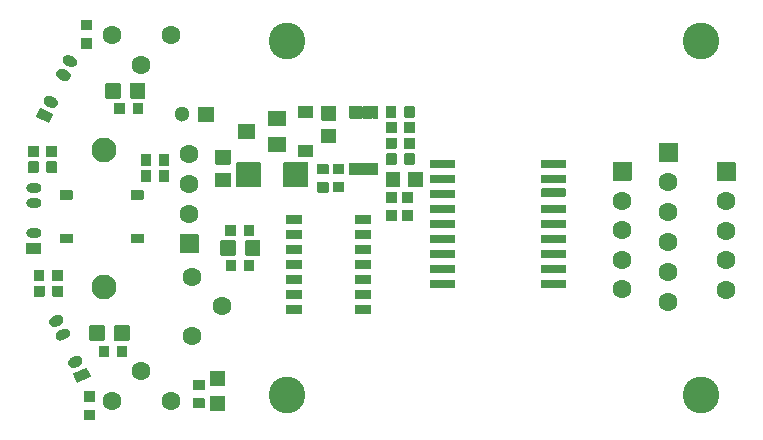
<source format=gbr>
%TF.GenerationSoftware,KiCad,Pcbnew,(5.1.8-0-10_14)*%
%TF.CreationDate,2022-01-05T18:09:54+08:00*%
%TF.ProjectId,MicroMouse,4d696372-6f4d-46f7-9573-652e6b696361,rev?*%
%TF.SameCoordinates,Original*%
%TF.FileFunction,Soldermask,Top*%
%TF.FilePolarity,Negative*%
%FSLAX46Y46*%
G04 Gerber Fmt 4.6, Leading zero omitted, Abs format (unit mm)*
G04 Created by KiCad (PCBNEW (5.1.8-0-10_14)) date 2022-01-05 18:09:54*
%MOMM*%
%LPD*%
G01*
G04 APERTURE LIST*
%ADD10C,1.600000*%
%ADD11C,1.300000*%
%ADD12O,1.300000X0.900000*%
%ADD13C,2.102000*%
%ADD14C,3.102000*%
%ADD15C,0.100000*%
G04 APERTURE END LIST*
D10*
X82189460Y-84541500D03*
X82189460Y-87081500D03*
X82189460Y-89621500D03*
G36*
G01*
X82939460Y-92961500D02*
X81439460Y-92961500D01*
G75*
G02*
X81389460Y-92911500I0J50000D01*
G01*
X81389460Y-91411500D01*
G75*
G02*
X81439460Y-91361500I50000J0D01*
G01*
X82939460Y-91361500D01*
G75*
G02*
X82989460Y-91411500I0J-50000D01*
G01*
X82989460Y-92911500D01*
G75*
G02*
X82939460Y-92961500I-50000J0D01*
G01*
G37*
D11*
X81604240Y-81196320D03*
G36*
G01*
X82954240Y-81796320D02*
X82954240Y-80596320D01*
G75*
G02*
X83004240Y-80546320I50000J0D01*
G01*
X84204240Y-80546320D01*
G75*
G02*
X84254240Y-80596320I0J-50000D01*
G01*
X84254240Y-81796320D01*
G75*
G02*
X84204240Y-81846320I-50000J0D01*
G01*
X83004240Y-81846320D01*
G75*
G02*
X82954240Y-81796320I0J50000D01*
G01*
G37*
G36*
G01*
X72908165Y-102474326D02*
X72545641Y-102643374D01*
G75*
G02*
X71947624Y-102425713I-190178J407839D01*
G01*
X71947624Y-102425713D01*
G75*
G02*
X72165285Y-101827696I407839J190178D01*
G01*
X72527809Y-101658648D01*
G75*
G02*
X73125826Y-101876309I190178J-407839D01*
G01*
X73125826Y-101876309D01*
G75*
G02*
X72908165Y-102474326I-407839J-190178D01*
G01*
G37*
G36*
G01*
X71834715Y-100172304D02*
X71472191Y-100341352D01*
G75*
G02*
X70874174Y-100123691I-190178J407839D01*
G01*
X70874174Y-100123691D01*
G75*
G02*
X71091835Y-99525674I407839J190178D01*
G01*
X71454359Y-99356626D01*
G75*
G02*
X72052376Y-99574287I190178J-407839D01*
G01*
X72052376Y-99574287D01*
G75*
G02*
X71834715Y-100172304I-407839J-190178D01*
G01*
G37*
G36*
G01*
X71297990Y-99021293D02*
X70935466Y-99190341D01*
G75*
G02*
X70337449Y-98972680I-190178J407839D01*
G01*
X70337449Y-98972680D01*
G75*
G02*
X70555110Y-98374663I407839J190178D01*
G01*
X70917634Y-98205615D01*
G75*
G02*
X71515651Y-98423276I190178J-407839D01*
G01*
X71515651Y-98423276D01*
G75*
G02*
X71297990Y-99021293I-407839J-190178D01*
G01*
G37*
G36*
G01*
X73807413Y-103456289D02*
X72719844Y-103963431D01*
G75*
G02*
X72653398Y-103939247I-21131J45315D01*
G01*
X72315303Y-103214201D01*
G75*
G02*
X72339487Y-103147755I45315J21131D01*
G01*
X73427056Y-102640613D01*
G75*
G02*
X73493502Y-102664797I21131J-45315D01*
G01*
X73831597Y-103389843D01*
G75*
G02*
X73807413Y-103456289I-45315J-21131D01*
G01*
G37*
D12*
X69000000Y-91270000D03*
X69000000Y-88730000D03*
X69000000Y-87460000D03*
G36*
G01*
X69600000Y-92990000D02*
X68400000Y-92990000D01*
G75*
G02*
X68350000Y-92940000I0J50000D01*
G01*
X68350000Y-92140000D01*
G75*
G02*
X68400000Y-92090000I50000J0D01*
G01*
X69600000Y-92090000D01*
G75*
G02*
X69650000Y-92140000I0J-50000D01*
G01*
X69650000Y-92940000D01*
G75*
G02*
X69600000Y-92990000I-50000J0D01*
G01*
G37*
G36*
G01*
X70454359Y-80643374D02*
X70091835Y-80474326D01*
G75*
G02*
X69874174Y-79876309I190178J407839D01*
G01*
X69874174Y-79876309D01*
G75*
G02*
X70472191Y-79658648I407839J-190178D01*
G01*
X70834715Y-79827696D01*
G75*
G02*
X71052376Y-80425713I-190178J-407839D01*
G01*
X71052376Y-80425713D01*
G75*
G02*
X70454359Y-80643374I-407839J190178D01*
G01*
G37*
G36*
G01*
X71527809Y-78341352D02*
X71165285Y-78172304D01*
G75*
G02*
X70947624Y-77574287I190178J407839D01*
G01*
X70947624Y-77574287D01*
G75*
G02*
X71545641Y-77356626I407839J-190178D01*
G01*
X71908165Y-77525674D01*
G75*
G02*
X72125826Y-78123691I-190178J-407839D01*
G01*
X72125826Y-78123691D01*
G75*
G02*
X71527809Y-78341352I-407839J190178D01*
G01*
G37*
G36*
G01*
X72064534Y-77190341D02*
X71702010Y-77021293D01*
G75*
G02*
X71484349Y-76423276I190178J407839D01*
G01*
X71484349Y-76423276D01*
G75*
G02*
X72082366Y-76205615I407839J-190178D01*
G01*
X72444890Y-76374663D01*
G75*
G02*
X72662551Y-76972680I-190178J-407839D01*
G01*
X72662551Y-76972680D01*
G75*
G02*
X72064534Y-77190341I-407839J190178D01*
G01*
G37*
G36*
G01*
X70280156Y-81963431D02*
X69192587Y-81456289D01*
G75*
G02*
X69168403Y-81389843I21131J45315D01*
G01*
X69506498Y-80664797D01*
G75*
G02*
X69572944Y-80640613I45315J-21131D01*
G01*
X70660513Y-81147755D01*
G75*
G02*
X70684697Y-81214201I-21131J-45315D01*
G01*
X70346602Y-81939247D01*
G75*
G02*
X70280156Y-81963431I-45315J21131D01*
G01*
G37*
D10*
X118859440Y-96017240D03*
X118859440Y-93517240D03*
X118859440Y-91017240D03*
X118859440Y-88517240D03*
G36*
G01*
X119609440Y-86817240D02*
X118109440Y-86817240D01*
G75*
G02*
X118059440Y-86767240I0J50000D01*
G01*
X118059440Y-85267240D01*
G75*
G02*
X118109440Y-85217240I50000J0D01*
G01*
X119609440Y-85217240D01*
G75*
G02*
X119659440Y-85267240I0J-50000D01*
G01*
X119659440Y-86767240D01*
G75*
G02*
X119609440Y-86817240I-50000J0D01*
G01*
G37*
G36*
G01*
X78952200Y-85976400D02*
X78952200Y-86840400D01*
G75*
G02*
X78902200Y-86890400I-50000J0D01*
G01*
X78115200Y-86890400D01*
G75*
G02*
X78065200Y-86840400I0J50000D01*
G01*
X78065200Y-85976400D01*
G75*
G02*
X78115200Y-85926400I50000J0D01*
G01*
X78902200Y-85926400D01*
G75*
G02*
X78952200Y-85976400I0J-50000D01*
G01*
G37*
G36*
G01*
X80502200Y-85976400D02*
X80502200Y-86840400D01*
G75*
G02*
X80452200Y-86890400I-50000J0D01*
G01*
X79665200Y-86890400D01*
G75*
G02*
X79615200Y-86840400I0J50000D01*
G01*
X79615200Y-85976400D01*
G75*
G02*
X79665200Y-85926400I50000J0D01*
G01*
X80452200Y-85926400D01*
G75*
G02*
X80502200Y-85976400I0J-50000D01*
G01*
G37*
G36*
G01*
X78952200Y-84640360D02*
X78952200Y-85504360D01*
G75*
G02*
X78902200Y-85554360I-50000J0D01*
G01*
X78115200Y-85554360D01*
G75*
G02*
X78065200Y-85504360I0J50000D01*
G01*
X78065200Y-84640360D01*
G75*
G02*
X78115200Y-84590360I50000J0D01*
G01*
X78902200Y-84590360D01*
G75*
G02*
X78952200Y-84640360I0J-50000D01*
G01*
G37*
G36*
G01*
X80502200Y-84640360D02*
X80502200Y-85504360D01*
G75*
G02*
X80452200Y-85554360I-50000J0D01*
G01*
X79665200Y-85554360D01*
G75*
G02*
X79615200Y-85504360I0J50000D01*
G01*
X79615200Y-84640360D01*
G75*
G02*
X79665200Y-84590360I50000J0D01*
G01*
X80452200Y-84590360D01*
G75*
G02*
X80502200Y-84640360I0J-50000D01*
G01*
G37*
X127640220Y-96052800D03*
X127640220Y-93552800D03*
X127640220Y-91052800D03*
X127640220Y-88552800D03*
G36*
G01*
X128390220Y-86852800D02*
X126890220Y-86852800D01*
G75*
G02*
X126840220Y-86802800I0J50000D01*
G01*
X126840220Y-85302800D01*
G75*
G02*
X126890220Y-85252800I50000J0D01*
G01*
X128390220Y-85252800D01*
G75*
G02*
X128440220Y-85302800I0J-50000D01*
G01*
X128440220Y-86802800D01*
G75*
G02*
X128390220Y-86852800I-50000J0D01*
G01*
G37*
G36*
G01*
X96232440Y-89701400D02*
X97502440Y-89701400D01*
G75*
G02*
X97552440Y-89751400I0J-50000D01*
G01*
X97552440Y-90451400D01*
G75*
G02*
X97502440Y-90501400I-50000J0D01*
G01*
X96232440Y-90501400D01*
G75*
G02*
X96182440Y-90451400I0J50000D01*
G01*
X96182440Y-89751400D01*
G75*
G02*
X96232440Y-89701400I50000J0D01*
G01*
G37*
G36*
G01*
X96232440Y-90961400D02*
X97502440Y-90961400D01*
G75*
G02*
X97552440Y-91011400I0J-50000D01*
G01*
X97552440Y-91711400D01*
G75*
G02*
X97502440Y-91761400I-50000J0D01*
G01*
X96232440Y-91761400D01*
G75*
G02*
X96182440Y-91711400I0J50000D01*
G01*
X96182440Y-91011400D01*
G75*
G02*
X96232440Y-90961400I50000J0D01*
G01*
G37*
G36*
G01*
X96232440Y-92231400D02*
X97502440Y-92231400D01*
G75*
G02*
X97552440Y-92281400I0J-50000D01*
G01*
X97552440Y-92981400D01*
G75*
G02*
X97502440Y-93031400I-50000J0D01*
G01*
X96232440Y-93031400D01*
G75*
G02*
X96182440Y-92981400I0J50000D01*
G01*
X96182440Y-92281400D01*
G75*
G02*
X96232440Y-92231400I50000J0D01*
G01*
G37*
G36*
G01*
X96232440Y-94771400D02*
X97502440Y-94771400D01*
G75*
G02*
X97552440Y-94821400I0J-50000D01*
G01*
X97552440Y-95521400D01*
G75*
G02*
X97502440Y-95571400I-50000J0D01*
G01*
X96232440Y-95571400D01*
G75*
G02*
X96182440Y-95521400I0J50000D01*
G01*
X96182440Y-94821400D01*
G75*
G02*
X96232440Y-94771400I50000J0D01*
G01*
G37*
G36*
G01*
X96232440Y-96041400D02*
X97502440Y-96041400D01*
G75*
G02*
X97552440Y-96091400I0J-50000D01*
G01*
X97552440Y-96791400D01*
G75*
G02*
X97502440Y-96841400I-50000J0D01*
G01*
X96232440Y-96841400D01*
G75*
G02*
X96182440Y-96791400I0J50000D01*
G01*
X96182440Y-96091400D01*
G75*
G02*
X96232440Y-96041400I50000J0D01*
G01*
G37*
G36*
G01*
X96232440Y-97311400D02*
X97502440Y-97311400D01*
G75*
G02*
X97552440Y-97361400I0J-50000D01*
G01*
X97552440Y-98061400D01*
G75*
G02*
X97502440Y-98111400I-50000J0D01*
G01*
X96232440Y-98111400D01*
G75*
G02*
X96182440Y-98061400I0J50000D01*
G01*
X96182440Y-97361400D01*
G75*
G02*
X96232440Y-97311400I50000J0D01*
G01*
G37*
G36*
G01*
X90432440Y-97311400D02*
X91702440Y-97311400D01*
G75*
G02*
X91752440Y-97361400I0J-50000D01*
G01*
X91752440Y-98061400D01*
G75*
G02*
X91702440Y-98111400I-50000J0D01*
G01*
X90432440Y-98111400D01*
G75*
G02*
X90382440Y-98061400I0J50000D01*
G01*
X90382440Y-97361400D01*
G75*
G02*
X90432440Y-97311400I50000J0D01*
G01*
G37*
G36*
G01*
X90432440Y-96041400D02*
X91702440Y-96041400D01*
G75*
G02*
X91752440Y-96091400I0J-50000D01*
G01*
X91752440Y-96791400D01*
G75*
G02*
X91702440Y-96841400I-50000J0D01*
G01*
X90432440Y-96841400D01*
G75*
G02*
X90382440Y-96791400I0J50000D01*
G01*
X90382440Y-96091400D01*
G75*
G02*
X90432440Y-96041400I50000J0D01*
G01*
G37*
G36*
G01*
X90432440Y-94771400D02*
X91702440Y-94771400D01*
G75*
G02*
X91752440Y-94821400I0J-50000D01*
G01*
X91752440Y-95521400D01*
G75*
G02*
X91702440Y-95571400I-50000J0D01*
G01*
X90432440Y-95571400D01*
G75*
G02*
X90382440Y-95521400I0J50000D01*
G01*
X90382440Y-94821400D01*
G75*
G02*
X90432440Y-94771400I50000J0D01*
G01*
G37*
G36*
G01*
X90432440Y-89691400D02*
X91702440Y-89691400D01*
G75*
G02*
X91752440Y-89741400I0J-50000D01*
G01*
X91752440Y-90441400D01*
G75*
G02*
X91702440Y-90491400I-50000J0D01*
G01*
X90432440Y-90491400D01*
G75*
G02*
X90382440Y-90441400I0J50000D01*
G01*
X90382440Y-89741400D01*
G75*
G02*
X90432440Y-89691400I50000J0D01*
G01*
G37*
G36*
G01*
X90432440Y-90961400D02*
X91702440Y-90961400D01*
G75*
G02*
X91752440Y-91011400I0J-50000D01*
G01*
X91752440Y-91711400D01*
G75*
G02*
X91702440Y-91761400I-50000J0D01*
G01*
X90432440Y-91761400D01*
G75*
G02*
X90382440Y-91711400I0J50000D01*
G01*
X90382440Y-91011400D01*
G75*
G02*
X90432440Y-90961400I50000J0D01*
G01*
G37*
G36*
G01*
X90432440Y-92231400D02*
X91702440Y-92231400D01*
G75*
G02*
X91752440Y-92281400I0J-50000D01*
G01*
X91752440Y-92981400D01*
G75*
G02*
X91702440Y-93031400I-50000J0D01*
G01*
X90432440Y-93031400D01*
G75*
G02*
X90382440Y-92981400I0J50000D01*
G01*
X90382440Y-92281400D01*
G75*
G02*
X90432440Y-92231400I50000J0D01*
G01*
G37*
G36*
G01*
X96232440Y-93501400D02*
X97502440Y-93501400D01*
G75*
G02*
X97552440Y-93551400I0J-50000D01*
G01*
X97552440Y-94251400D01*
G75*
G02*
X97502440Y-94301400I-50000J0D01*
G01*
X96232440Y-94301400D01*
G75*
G02*
X96182440Y-94251400I0J50000D01*
G01*
X96182440Y-93551400D01*
G75*
G02*
X96232440Y-93501400I50000J0D01*
G01*
G37*
G36*
G01*
X90432440Y-93501400D02*
X91702440Y-93501400D01*
G75*
G02*
X91752440Y-93551400I0J-50000D01*
G01*
X91752440Y-94251400D01*
G75*
G02*
X91702440Y-94301400I-50000J0D01*
G01*
X90432440Y-94301400D01*
G75*
G02*
X90382440Y-94251400I0J50000D01*
G01*
X90382440Y-93551400D01*
G75*
G02*
X90432440Y-93501400I50000J0D01*
G01*
G37*
G36*
G01*
X112018440Y-85047480D02*
X114018440Y-85047480D01*
G75*
G02*
X114068440Y-85097480I0J-50000D01*
G01*
X114068440Y-85697480D01*
G75*
G02*
X114018440Y-85747480I-50000J0D01*
G01*
X112018440Y-85747480D01*
G75*
G02*
X111968440Y-85697480I0J50000D01*
G01*
X111968440Y-85097480D01*
G75*
G02*
X112018440Y-85047480I50000J0D01*
G01*
G37*
G36*
G01*
X112018440Y-86317480D02*
X114018440Y-86317480D01*
G75*
G02*
X114068440Y-86367480I0J-50000D01*
G01*
X114068440Y-86967480D01*
G75*
G02*
X114018440Y-87017480I-50000J0D01*
G01*
X112018440Y-87017480D01*
G75*
G02*
X111968440Y-86967480I0J50000D01*
G01*
X111968440Y-86367480D01*
G75*
G02*
X112018440Y-86317480I50000J0D01*
G01*
G37*
G36*
G01*
X112018440Y-87477480D02*
X114018440Y-87477480D01*
G75*
G02*
X114068440Y-87527480I0J-50000D01*
G01*
X114068440Y-88127480D01*
G75*
G02*
X114018440Y-88177480I-50000J0D01*
G01*
X112018440Y-88177480D01*
G75*
G02*
X111968440Y-88127480I0J50000D01*
G01*
X111968440Y-87527480D01*
G75*
G02*
X112018440Y-87477480I50000J0D01*
G01*
G37*
G36*
G01*
X112018440Y-88857480D02*
X114018440Y-88857480D01*
G75*
G02*
X114068440Y-88907480I0J-50000D01*
G01*
X114068440Y-89507480D01*
G75*
G02*
X114018440Y-89557480I-50000J0D01*
G01*
X112018440Y-89557480D01*
G75*
G02*
X111968440Y-89507480I0J50000D01*
G01*
X111968440Y-88907480D01*
G75*
G02*
X112018440Y-88857480I50000J0D01*
G01*
G37*
G36*
G01*
X112018440Y-90127480D02*
X114018440Y-90127480D01*
G75*
G02*
X114068440Y-90177480I0J-50000D01*
G01*
X114068440Y-90777480D01*
G75*
G02*
X114018440Y-90827480I-50000J0D01*
G01*
X112018440Y-90827480D01*
G75*
G02*
X111968440Y-90777480I0J50000D01*
G01*
X111968440Y-90177480D01*
G75*
G02*
X112018440Y-90127480I50000J0D01*
G01*
G37*
G36*
G01*
X112018440Y-91397480D02*
X114018440Y-91397480D01*
G75*
G02*
X114068440Y-91447480I0J-50000D01*
G01*
X114068440Y-92047480D01*
G75*
G02*
X114018440Y-92097480I-50000J0D01*
G01*
X112018440Y-92097480D01*
G75*
G02*
X111968440Y-92047480I0J50000D01*
G01*
X111968440Y-91447480D01*
G75*
G02*
X112018440Y-91397480I50000J0D01*
G01*
G37*
G36*
G01*
X112018440Y-92667480D02*
X114018440Y-92667480D01*
G75*
G02*
X114068440Y-92717480I0J-50000D01*
G01*
X114068440Y-93317480D01*
G75*
G02*
X114018440Y-93367480I-50000J0D01*
G01*
X112018440Y-93367480D01*
G75*
G02*
X111968440Y-93317480I0J50000D01*
G01*
X111968440Y-92717480D01*
G75*
G02*
X112018440Y-92667480I50000J0D01*
G01*
G37*
G36*
G01*
X112018440Y-93937480D02*
X114018440Y-93937480D01*
G75*
G02*
X114068440Y-93987480I0J-50000D01*
G01*
X114068440Y-94587480D01*
G75*
G02*
X114018440Y-94637480I-50000J0D01*
G01*
X112018440Y-94637480D01*
G75*
G02*
X111968440Y-94587480I0J50000D01*
G01*
X111968440Y-93987480D01*
G75*
G02*
X112018440Y-93937480I50000J0D01*
G01*
G37*
G36*
G01*
X112018440Y-95207480D02*
X114018440Y-95207480D01*
G75*
G02*
X114068440Y-95257480I0J-50000D01*
G01*
X114068440Y-95857480D01*
G75*
G02*
X114018440Y-95907480I-50000J0D01*
G01*
X112018440Y-95907480D01*
G75*
G02*
X111968440Y-95857480I0J50000D01*
G01*
X111968440Y-95257480D01*
G75*
G02*
X112018440Y-95207480I50000J0D01*
G01*
G37*
G36*
G01*
X102618440Y-95207480D02*
X104618440Y-95207480D01*
G75*
G02*
X104668440Y-95257480I0J-50000D01*
G01*
X104668440Y-95857480D01*
G75*
G02*
X104618440Y-95907480I-50000J0D01*
G01*
X102618440Y-95907480D01*
G75*
G02*
X102568440Y-95857480I0J50000D01*
G01*
X102568440Y-95257480D01*
G75*
G02*
X102618440Y-95207480I50000J0D01*
G01*
G37*
G36*
G01*
X102618440Y-93937480D02*
X104618440Y-93937480D01*
G75*
G02*
X104668440Y-93987480I0J-50000D01*
G01*
X104668440Y-94587480D01*
G75*
G02*
X104618440Y-94637480I-50000J0D01*
G01*
X102618440Y-94637480D01*
G75*
G02*
X102568440Y-94587480I0J50000D01*
G01*
X102568440Y-93987480D01*
G75*
G02*
X102618440Y-93937480I50000J0D01*
G01*
G37*
G36*
G01*
X102618440Y-92667480D02*
X104618440Y-92667480D01*
G75*
G02*
X104668440Y-92717480I0J-50000D01*
G01*
X104668440Y-93317480D01*
G75*
G02*
X104618440Y-93367480I-50000J0D01*
G01*
X102618440Y-93367480D01*
G75*
G02*
X102568440Y-93317480I0J50000D01*
G01*
X102568440Y-92717480D01*
G75*
G02*
X102618440Y-92667480I50000J0D01*
G01*
G37*
G36*
G01*
X102618440Y-91397480D02*
X104618440Y-91397480D01*
G75*
G02*
X104668440Y-91447480I0J-50000D01*
G01*
X104668440Y-92047480D01*
G75*
G02*
X104618440Y-92097480I-50000J0D01*
G01*
X102618440Y-92097480D01*
G75*
G02*
X102568440Y-92047480I0J50000D01*
G01*
X102568440Y-91447480D01*
G75*
G02*
X102618440Y-91397480I50000J0D01*
G01*
G37*
G36*
G01*
X102618440Y-90127480D02*
X104618440Y-90127480D01*
G75*
G02*
X104668440Y-90177480I0J-50000D01*
G01*
X104668440Y-90777480D01*
G75*
G02*
X104618440Y-90827480I-50000J0D01*
G01*
X102618440Y-90827480D01*
G75*
G02*
X102568440Y-90777480I0J50000D01*
G01*
X102568440Y-90177480D01*
G75*
G02*
X102618440Y-90127480I50000J0D01*
G01*
G37*
G36*
G01*
X102618440Y-88857480D02*
X104618440Y-88857480D01*
G75*
G02*
X104668440Y-88907480I0J-50000D01*
G01*
X104668440Y-89507480D01*
G75*
G02*
X104618440Y-89557480I-50000J0D01*
G01*
X102618440Y-89557480D01*
G75*
G02*
X102568440Y-89507480I0J50000D01*
G01*
X102568440Y-88907480D01*
G75*
G02*
X102618440Y-88857480I50000J0D01*
G01*
G37*
G36*
G01*
X102618440Y-87587480D02*
X104618440Y-87587480D01*
G75*
G02*
X104668440Y-87637480I0J-50000D01*
G01*
X104668440Y-88237480D01*
G75*
G02*
X104618440Y-88287480I-50000J0D01*
G01*
X102618440Y-88287480D01*
G75*
G02*
X102568440Y-88237480I0J50000D01*
G01*
X102568440Y-87637480D01*
G75*
G02*
X102618440Y-87587480I50000J0D01*
G01*
G37*
G36*
G01*
X102618440Y-86317480D02*
X104618440Y-86317480D01*
G75*
G02*
X104668440Y-86367480I0J-50000D01*
G01*
X104668440Y-86967480D01*
G75*
G02*
X104618440Y-87017480I-50000J0D01*
G01*
X102618440Y-87017480D01*
G75*
G02*
X102568440Y-86967480I0J50000D01*
G01*
X102568440Y-86367480D01*
G75*
G02*
X102618440Y-86317480I50000J0D01*
G01*
G37*
G36*
G01*
X102618440Y-85047480D02*
X104618440Y-85047480D01*
G75*
G02*
X104668440Y-85097480I0J-50000D01*
G01*
X104668440Y-85697480D01*
G75*
G02*
X104618440Y-85747480I-50000J0D01*
G01*
X102618440Y-85747480D01*
G75*
G02*
X102568440Y-85697480I0J50000D01*
G01*
X102568440Y-85097480D01*
G75*
G02*
X102618440Y-85047480I50000J0D01*
G01*
G37*
G36*
G01*
X95724400Y-81509060D02*
X95724400Y-80559060D01*
G75*
G02*
X95774400Y-80509060I50000J0D01*
G01*
X96174400Y-80509060D01*
G75*
G02*
X96224400Y-80559060I0J-50000D01*
G01*
X96224400Y-81509060D01*
G75*
G02*
X96174400Y-81559060I-50000J0D01*
G01*
X95774400Y-81559060D01*
G75*
G02*
X95724400Y-81509060I0J50000D01*
G01*
G37*
G36*
G01*
X96374400Y-81509060D02*
X96374400Y-80559060D01*
G75*
G02*
X96424400Y-80509060I50000J0D01*
G01*
X96824400Y-80509060D01*
G75*
G02*
X96874400Y-80559060I0J-50000D01*
G01*
X96874400Y-81509060D01*
G75*
G02*
X96824400Y-81559060I-50000J0D01*
G01*
X96424400Y-81559060D01*
G75*
G02*
X96374400Y-81509060I0J50000D01*
G01*
G37*
G36*
G01*
X97024400Y-81509060D02*
X97024400Y-80559060D01*
G75*
G02*
X97074400Y-80509060I50000J0D01*
G01*
X97474400Y-80509060D01*
G75*
G02*
X97524400Y-80559060I0J-50000D01*
G01*
X97524400Y-81509060D01*
G75*
G02*
X97474400Y-81559060I-50000J0D01*
G01*
X97074400Y-81559060D01*
G75*
G02*
X97024400Y-81509060I0J50000D01*
G01*
G37*
G36*
G01*
X97674400Y-81509060D02*
X97674400Y-80559060D01*
G75*
G02*
X97724400Y-80509060I50000J0D01*
G01*
X98124400Y-80509060D01*
G75*
G02*
X98174400Y-80559060I0J-50000D01*
G01*
X98174400Y-81509060D01*
G75*
G02*
X98124400Y-81559060I-50000J0D01*
G01*
X97724400Y-81559060D01*
G75*
G02*
X97674400Y-81509060I0J50000D01*
G01*
G37*
G36*
G01*
X97674400Y-86309060D02*
X97674400Y-85359060D01*
G75*
G02*
X97724400Y-85309060I50000J0D01*
G01*
X98124400Y-85309060D01*
G75*
G02*
X98174400Y-85359060I0J-50000D01*
G01*
X98174400Y-86309060D01*
G75*
G02*
X98124400Y-86359060I-50000J0D01*
G01*
X97724400Y-86359060D01*
G75*
G02*
X97674400Y-86309060I0J50000D01*
G01*
G37*
G36*
G01*
X97024400Y-86309060D02*
X97024400Y-85359060D01*
G75*
G02*
X97074400Y-85309060I50000J0D01*
G01*
X97474400Y-85309060D01*
G75*
G02*
X97524400Y-85359060I0J-50000D01*
G01*
X97524400Y-86309060D01*
G75*
G02*
X97474400Y-86359060I-50000J0D01*
G01*
X97074400Y-86359060D01*
G75*
G02*
X97024400Y-86309060I0J50000D01*
G01*
G37*
G36*
G01*
X95724400Y-86309060D02*
X95724400Y-85359060D01*
G75*
G02*
X95774400Y-85309060I50000J0D01*
G01*
X96174400Y-85309060D01*
G75*
G02*
X96224400Y-85359060I0J-50000D01*
G01*
X96224400Y-86309060D01*
G75*
G02*
X96174400Y-86359060I-50000J0D01*
G01*
X95774400Y-86359060D01*
G75*
G02*
X95724400Y-86309060I0J50000D01*
G01*
G37*
G36*
G01*
X96374400Y-86309060D02*
X96374400Y-85359060D01*
G75*
G02*
X96424400Y-85309060I50000J0D01*
G01*
X96824400Y-85309060D01*
G75*
G02*
X96874400Y-85359060I0J-50000D01*
G01*
X96874400Y-86309060D01*
G75*
G02*
X96824400Y-86359060I-50000J0D01*
G01*
X96424400Y-86359060D01*
G75*
G02*
X96374400Y-86309060I0J50000D01*
G01*
G37*
G36*
G01*
X77225200Y-92075500D02*
X77225200Y-91375500D01*
G75*
G02*
X77275200Y-91325500I50000J0D01*
G01*
X78275200Y-91325500D01*
G75*
G02*
X78325200Y-91375500I0J-50000D01*
G01*
X78325200Y-92075500D01*
G75*
G02*
X78275200Y-92125500I-50000J0D01*
G01*
X77275200Y-92125500D01*
G75*
G02*
X77225200Y-92075500I0J50000D01*
G01*
G37*
G36*
G01*
X71225200Y-92075500D02*
X71225200Y-91375500D01*
G75*
G02*
X71275200Y-91325500I50000J0D01*
G01*
X72275200Y-91325500D01*
G75*
G02*
X72325200Y-91375500I0J-50000D01*
G01*
X72325200Y-92075500D01*
G75*
G02*
X72275200Y-92125500I-50000J0D01*
G01*
X71275200Y-92125500D01*
G75*
G02*
X71225200Y-92075500I0J50000D01*
G01*
G37*
G36*
G01*
X77225200Y-88375500D02*
X77225200Y-87675500D01*
G75*
G02*
X77275200Y-87625500I50000J0D01*
G01*
X78275200Y-87625500D01*
G75*
G02*
X78325200Y-87675500I0J-50000D01*
G01*
X78325200Y-88375500D01*
G75*
G02*
X78275200Y-88425500I-50000J0D01*
G01*
X77275200Y-88425500D01*
G75*
G02*
X77225200Y-88375500I0J50000D01*
G01*
G37*
G36*
G01*
X71225200Y-88375500D02*
X71225200Y-87675500D01*
G75*
G02*
X71275200Y-87625500I50000J0D01*
G01*
X72275200Y-87625500D01*
G75*
G02*
X72325200Y-87675500I0J-50000D01*
G01*
X72325200Y-88375500D01*
G75*
G02*
X72275200Y-88425500I-50000J0D01*
G01*
X71275200Y-88425500D01*
G75*
G02*
X71225200Y-88375500I0J50000D01*
G01*
G37*
X78117840Y-77005960D03*
X75617840Y-74505960D03*
X80617840Y-74505960D03*
X78117840Y-102948240D03*
X80617840Y-105448240D03*
X75617840Y-105448240D03*
X84943460Y-97442160D03*
X82443460Y-99942160D03*
X82443460Y-94942160D03*
G36*
G01*
X82562500Y-105218260D02*
X83426500Y-105218260D01*
G75*
G02*
X83476500Y-105268260I0J-50000D01*
G01*
X83476500Y-106055260D01*
G75*
G02*
X83426500Y-106105260I-50000J0D01*
G01*
X82562500Y-106105260D01*
G75*
G02*
X82512500Y-106055260I0J50000D01*
G01*
X82512500Y-105268260D01*
G75*
G02*
X82562500Y-105218260I50000J0D01*
G01*
G37*
G36*
G01*
X82562500Y-103668260D02*
X83426500Y-103668260D01*
G75*
G02*
X83476500Y-103718260I0J-50000D01*
G01*
X83476500Y-104505260D01*
G75*
G02*
X83426500Y-104555260I-50000J0D01*
G01*
X82562500Y-104555260D01*
G75*
G02*
X82512500Y-104505260I0J50000D01*
G01*
X82512500Y-103718260D01*
G75*
G02*
X82562500Y-103668260I50000J0D01*
G01*
G37*
G36*
G01*
X73067980Y-74753500D02*
X73931980Y-74753500D01*
G75*
G02*
X73981980Y-74803500I0J-50000D01*
G01*
X73981980Y-75590500D01*
G75*
G02*
X73931980Y-75640500I-50000J0D01*
G01*
X73067980Y-75640500D01*
G75*
G02*
X73017980Y-75590500I0J50000D01*
G01*
X73017980Y-74803500D01*
G75*
G02*
X73067980Y-74753500I50000J0D01*
G01*
G37*
G36*
G01*
X73067980Y-73203500D02*
X73931980Y-73203500D01*
G75*
G02*
X73981980Y-73253500I0J-50000D01*
G01*
X73981980Y-74040500D01*
G75*
G02*
X73931980Y-74090500I-50000J0D01*
G01*
X73067980Y-74090500D01*
G75*
G02*
X73017980Y-74040500I0J50000D01*
G01*
X73017980Y-73253500D01*
G75*
G02*
X73067980Y-73203500I50000J0D01*
G01*
G37*
G36*
G01*
X70092600Y-84772700D02*
X70092600Y-83908700D01*
G75*
G02*
X70142600Y-83858700I50000J0D01*
G01*
X70929600Y-83858700D01*
G75*
G02*
X70979600Y-83908700I0J-50000D01*
G01*
X70979600Y-84772700D01*
G75*
G02*
X70929600Y-84822700I-50000J0D01*
G01*
X70142600Y-84822700D01*
G75*
G02*
X70092600Y-84772700I0J50000D01*
G01*
G37*
G36*
G01*
X68542600Y-84772700D02*
X68542600Y-83908700D01*
G75*
G02*
X68592600Y-83858700I50000J0D01*
G01*
X69379600Y-83858700D01*
G75*
G02*
X69429600Y-83908700I0J-50000D01*
G01*
X69429600Y-84772700D01*
G75*
G02*
X69379600Y-84822700I-50000J0D01*
G01*
X68592600Y-84822700D01*
G75*
G02*
X68542600Y-84772700I0J50000D01*
G01*
G37*
G36*
G01*
X69937600Y-95747640D02*
X69937600Y-96611640D01*
G75*
G02*
X69887600Y-96661640I-50000J0D01*
G01*
X69100600Y-96661640D01*
G75*
G02*
X69050600Y-96611640I0J50000D01*
G01*
X69050600Y-95747640D01*
G75*
G02*
X69100600Y-95697640I50000J0D01*
G01*
X69887600Y-95697640D01*
G75*
G02*
X69937600Y-95747640I0J-50000D01*
G01*
G37*
G36*
G01*
X71487600Y-95747640D02*
X71487600Y-96611640D01*
G75*
G02*
X71437600Y-96661640I-50000J0D01*
G01*
X70650600Y-96661640D01*
G75*
G02*
X70600600Y-96611640I0J50000D01*
G01*
X70600600Y-95747640D01*
G75*
G02*
X70650600Y-95697640I50000J0D01*
G01*
X71437600Y-95697640D01*
G75*
G02*
X71487600Y-95747640I0J-50000D01*
G01*
G37*
G36*
G01*
X73329600Y-106198700D02*
X74193600Y-106198700D01*
G75*
G02*
X74243600Y-106248700I0J-50000D01*
G01*
X74243600Y-107035700D01*
G75*
G02*
X74193600Y-107085700I-50000J0D01*
G01*
X73329600Y-107085700D01*
G75*
G02*
X73279600Y-107035700I0J50000D01*
G01*
X73279600Y-106248700D01*
G75*
G02*
X73329600Y-106198700I50000J0D01*
G01*
G37*
G36*
G01*
X73329600Y-104648700D02*
X74193600Y-104648700D01*
G75*
G02*
X74243600Y-104698700I0J-50000D01*
G01*
X74243600Y-105485700D01*
G75*
G02*
X74193600Y-105535700I-50000J0D01*
G01*
X73329600Y-105535700D01*
G75*
G02*
X73279600Y-105485700I0J50000D01*
G01*
X73279600Y-104698700D01*
G75*
G02*
X73329600Y-104648700I50000J0D01*
G01*
G37*
G36*
G01*
X76724480Y-80286660D02*
X76724480Y-81150660D01*
G75*
G02*
X76674480Y-81200660I-50000J0D01*
G01*
X75887480Y-81200660D01*
G75*
G02*
X75837480Y-81150660I0J50000D01*
G01*
X75837480Y-80286660D01*
G75*
G02*
X75887480Y-80236660I50000J0D01*
G01*
X76674480Y-80236660D01*
G75*
G02*
X76724480Y-80286660I0J-50000D01*
G01*
G37*
G36*
G01*
X78274480Y-80286660D02*
X78274480Y-81150660D01*
G75*
G02*
X78224480Y-81200660I-50000J0D01*
G01*
X77437480Y-81200660D01*
G75*
G02*
X77387480Y-81150660I0J50000D01*
G01*
X77387480Y-80286660D01*
G75*
G02*
X77437480Y-80236660I50000J0D01*
G01*
X78224480Y-80236660D01*
G75*
G02*
X78274480Y-80286660I0J-50000D01*
G01*
G37*
G36*
G01*
X75390980Y-100842880D02*
X75390980Y-101706880D01*
G75*
G02*
X75340980Y-101756880I-50000J0D01*
G01*
X74553980Y-101756880D01*
G75*
G02*
X74503980Y-101706880I0J50000D01*
G01*
X74503980Y-100842880D01*
G75*
G02*
X74553980Y-100792880I50000J0D01*
G01*
X75340980Y-100792880D01*
G75*
G02*
X75390980Y-100842880I0J-50000D01*
G01*
G37*
G36*
G01*
X76940980Y-100842880D02*
X76940980Y-101706880D01*
G75*
G02*
X76890980Y-101756880I-50000J0D01*
G01*
X76103980Y-101756880D01*
G75*
G02*
X76053980Y-101706880I0J50000D01*
G01*
X76053980Y-100842880D01*
G75*
G02*
X76103980Y-100792880I50000J0D01*
G01*
X76890980Y-100792880D01*
G75*
G02*
X76940980Y-100842880I0J-50000D01*
G01*
G37*
G36*
G01*
X69434680Y-85237120D02*
X69434680Y-86101120D01*
G75*
G02*
X69384680Y-86151120I-50000J0D01*
G01*
X68597680Y-86151120D01*
G75*
G02*
X68547680Y-86101120I0J50000D01*
G01*
X68547680Y-85237120D01*
G75*
G02*
X68597680Y-85187120I50000J0D01*
G01*
X69384680Y-85187120D01*
G75*
G02*
X69434680Y-85237120I0J-50000D01*
G01*
G37*
G36*
G01*
X70984680Y-85237120D02*
X70984680Y-86101120D01*
G75*
G02*
X70934680Y-86151120I-50000J0D01*
G01*
X70147680Y-86151120D01*
G75*
G02*
X70097680Y-86101120I0J50000D01*
G01*
X70097680Y-85237120D01*
G75*
G02*
X70147680Y-85187120I50000J0D01*
G01*
X70934680Y-85187120D01*
G75*
G02*
X70984680Y-85237120I0J-50000D01*
G01*
G37*
G36*
G01*
X70582820Y-95260360D02*
X70582820Y-94396360D01*
G75*
G02*
X70632820Y-94346360I50000J0D01*
G01*
X71419820Y-94346360D01*
G75*
G02*
X71469820Y-94396360I0J-50000D01*
G01*
X71469820Y-95260360D01*
G75*
G02*
X71419820Y-95310360I-50000J0D01*
G01*
X70632820Y-95310360D01*
G75*
G02*
X70582820Y-95260360I0J50000D01*
G01*
G37*
G36*
G01*
X69032820Y-95260360D02*
X69032820Y-94396360D01*
G75*
G02*
X69082820Y-94346360I50000J0D01*
G01*
X69869820Y-94346360D01*
G75*
G02*
X69919820Y-94396360I0J-50000D01*
G01*
X69919820Y-95260360D01*
G75*
G02*
X69869820Y-95310360I-50000J0D01*
G01*
X69082820Y-95310360D01*
G75*
G02*
X69032820Y-95260360I0J50000D01*
G01*
G37*
G36*
G01*
X86122480Y-90588900D02*
X86122480Y-91452900D01*
G75*
G02*
X86072480Y-91502900I-50000J0D01*
G01*
X85285480Y-91502900D01*
G75*
G02*
X85235480Y-91452900I0J50000D01*
G01*
X85235480Y-90588900D01*
G75*
G02*
X85285480Y-90538900I50000J0D01*
G01*
X86072480Y-90538900D01*
G75*
G02*
X86122480Y-90588900I0J-50000D01*
G01*
G37*
G36*
G01*
X87672480Y-90588900D02*
X87672480Y-91452900D01*
G75*
G02*
X87622480Y-91502900I-50000J0D01*
G01*
X86835480Y-91502900D01*
G75*
G02*
X86785480Y-91452900I0J50000D01*
G01*
X86785480Y-90588900D01*
G75*
G02*
X86835480Y-90538900I50000J0D01*
G01*
X87622480Y-90538900D01*
G75*
G02*
X87672480Y-90588900I0J-50000D01*
G01*
G37*
G36*
G01*
X93062860Y-86950580D02*
X93926860Y-86950580D01*
G75*
G02*
X93976860Y-87000580I0J-50000D01*
G01*
X93976860Y-87787580D01*
G75*
G02*
X93926860Y-87837580I-50000J0D01*
G01*
X93062860Y-87837580D01*
G75*
G02*
X93012860Y-87787580I0J50000D01*
G01*
X93012860Y-87000580D01*
G75*
G02*
X93062860Y-86950580I50000J0D01*
G01*
G37*
G36*
G01*
X93062860Y-85400580D02*
X93926860Y-85400580D01*
G75*
G02*
X93976860Y-85450580I0J-50000D01*
G01*
X93976860Y-86237580D01*
G75*
G02*
X93926860Y-86287580I-50000J0D01*
G01*
X93062860Y-86287580D01*
G75*
G02*
X93012860Y-86237580I0J50000D01*
G01*
X93012860Y-85450580D01*
G75*
G02*
X93062860Y-85400580I50000J0D01*
G01*
G37*
G36*
G01*
X98887220Y-89331500D02*
X99751220Y-89331500D01*
G75*
G02*
X99801220Y-89381500I0J-50000D01*
G01*
X99801220Y-90168500D01*
G75*
G02*
X99751220Y-90218500I-50000J0D01*
G01*
X98887220Y-90218500D01*
G75*
G02*
X98837220Y-90168500I0J50000D01*
G01*
X98837220Y-89381500D01*
G75*
G02*
X98887220Y-89331500I50000J0D01*
G01*
G37*
G36*
G01*
X98887220Y-87781500D02*
X99751220Y-87781500D01*
G75*
G02*
X99801220Y-87831500I0J-50000D01*
G01*
X99801220Y-88618500D01*
G75*
G02*
X99751220Y-88668500I-50000J0D01*
G01*
X98887220Y-88668500D01*
G75*
G02*
X98837220Y-88618500I0J50000D01*
G01*
X98837220Y-87831500D01*
G75*
G02*
X98887220Y-87781500I50000J0D01*
G01*
G37*
G36*
G01*
X100394940Y-85420540D02*
X100394940Y-84556540D01*
G75*
G02*
X100444940Y-84506540I50000J0D01*
G01*
X101231940Y-84506540D01*
G75*
G02*
X101281940Y-84556540I0J-50000D01*
G01*
X101281940Y-85420540D01*
G75*
G02*
X101231940Y-85470540I-50000J0D01*
G01*
X100444940Y-85470540D01*
G75*
G02*
X100394940Y-85420540I0J50000D01*
G01*
G37*
G36*
G01*
X98844940Y-85420540D02*
X98844940Y-84556540D01*
G75*
G02*
X98894940Y-84506540I50000J0D01*
G01*
X99681940Y-84506540D01*
G75*
G02*
X99731940Y-84556540I0J-50000D01*
G01*
X99731940Y-85420540D01*
G75*
G02*
X99681940Y-85470540I-50000J0D01*
G01*
X98894940Y-85470540D01*
G75*
G02*
X98844940Y-85420540I0J50000D01*
G01*
G37*
G36*
G01*
X99731940Y-83220500D02*
X99731940Y-84084500D01*
G75*
G02*
X99681940Y-84134500I-50000J0D01*
G01*
X98894940Y-84134500D01*
G75*
G02*
X98844940Y-84084500I0J50000D01*
G01*
X98844940Y-83220500D01*
G75*
G02*
X98894940Y-83170500I50000J0D01*
G01*
X99681940Y-83170500D01*
G75*
G02*
X99731940Y-83220500I0J-50000D01*
G01*
G37*
G36*
G01*
X101281940Y-83220500D02*
X101281940Y-84084500D01*
G75*
G02*
X101231940Y-84134500I-50000J0D01*
G01*
X100444940Y-84134500D01*
G75*
G02*
X100394940Y-84084500I0J50000D01*
G01*
X100394940Y-83220500D01*
G75*
G02*
X100444940Y-83170500I50000J0D01*
G01*
X101231940Y-83170500D01*
G75*
G02*
X101281940Y-83220500I0J-50000D01*
G01*
G37*
G36*
G01*
X100384780Y-81425120D02*
X100384780Y-80561120D01*
G75*
G02*
X100434780Y-80511120I50000J0D01*
G01*
X101221780Y-80511120D01*
G75*
G02*
X101271780Y-80561120I0J-50000D01*
G01*
X101271780Y-81425120D01*
G75*
G02*
X101221780Y-81475120I-50000J0D01*
G01*
X100434780Y-81475120D01*
G75*
G02*
X100384780Y-81425120I0J50000D01*
G01*
G37*
G36*
G01*
X98834780Y-81425120D02*
X98834780Y-80561120D01*
G75*
G02*
X98884780Y-80511120I50000J0D01*
G01*
X99671780Y-80511120D01*
G75*
G02*
X99721780Y-80561120I0J-50000D01*
G01*
X99721780Y-81425120D01*
G75*
G02*
X99671780Y-81475120I-50000J0D01*
G01*
X98884780Y-81475120D01*
G75*
G02*
X98834780Y-81425120I0J50000D01*
G01*
G37*
G36*
G01*
X99731940Y-81884460D02*
X99731940Y-82748460D01*
G75*
G02*
X99681940Y-82798460I-50000J0D01*
G01*
X98894940Y-82798460D01*
G75*
G02*
X98844940Y-82748460I0J50000D01*
G01*
X98844940Y-81884460D01*
G75*
G02*
X98894940Y-81834460I50000J0D01*
G01*
X99681940Y-81834460D01*
G75*
G02*
X99731940Y-81884460I0J-50000D01*
G01*
G37*
G36*
G01*
X101281940Y-81884460D02*
X101281940Y-82748460D01*
G75*
G02*
X101231940Y-82798460I-50000J0D01*
G01*
X100444940Y-82798460D01*
G75*
G02*
X100394940Y-82748460I0J50000D01*
G01*
X100394940Y-81884460D01*
G75*
G02*
X100444940Y-81834460I50000J0D01*
G01*
X101231940Y-81834460D01*
G75*
G02*
X101281940Y-81884460I0J-50000D01*
G01*
G37*
G36*
G01*
X86333720Y-81999200D02*
X87733720Y-81999200D01*
G75*
G02*
X87783720Y-82049200I0J-50000D01*
G01*
X87783720Y-83249200D01*
G75*
G02*
X87733720Y-83299200I-50000J0D01*
G01*
X86333720Y-83299200D01*
G75*
G02*
X86283720Y-83249200I0J50000D01*
G01*
X86283720Y-82049200D01*
G75*
G02*
X86333720Y-81999200I50000J0D01*
G01*
G37*
G36*
G01*
X88933720Y-80899200D02*
X90333720Y-80899200D01*
G75*
G02*
X90383720Y-80949200I0J-50000D01*
G01*
X90383720Y-82149200D01*
G75*
G02*
X90333720Y-82199200I-50000J0D01*
G01*
X88933720Y-82199200D01*
G75*
G02*
X88883720Y-82149200I0J50000D01*
G01*
X88883720Y-80949200D01*
G75*
G02*
X88933720Y-80899200I50000J0D01*
G01*
G37*
G36*
G01*
X88933720Y-83099200D02*
X90333720Y-83099200D01*
G75*
G02*
X90383720Y-83149200I0J-50000D01*
G01*
X90383720Y-84349200D01*
G75*
G02*
X90333720Y-84399200I-50000J0D01*
G01*
X88933720Y-84399200D01*
G75*
G02*
X88883720Y-84349200I0J50000D01*
G01*
X88883720Y-83149200D01*
G75*
G02*
X88933720Y-83099200I50000J0D01*
G01*
G37*
G36*
G01*
X122003260Y-83617040D02*
X123503260Y-83617040D01*
G75*
G02*
X123553260Y-83667040I0J-50000D01*
G01*
X123553260Y-85167040D01*
G75*
G02*
X123503260Y-85217040I-50000J0D01*
G01*
X122003260Y-85217040D01*
G75*
G02*
X121953260Y-85167040I0J50000D01*
G01*
X121953260Y-83667040D01*
G75*
G02*
X122003260Y-83617040I50000J0D01*
G01*
G37*
X122753260Y-86957040D03*
X122753260Y-89497040D03*
X122753260Y-92037040D03*
X122753260Y-94577040D03*
X122753260Y-97117040D03*
G36*
G01*
X77171500Y-79817520D02*
X77171500Y-78617520D01*
G75*
G02*
X77221500Y-78567520I50000J0D01*
G01*
X78421500Y-78567520D01*
G75*
G02*
X78471500Y-78617520I0J-50000D01*
G01*
X78471500Y-79817520D01*
G75*
G02*
X78421500Y-79867520I-50000J0D01*
G01*
X77221500Y-79867520D01*
G75*
G02*
X77171500Y-79817520I0J50000D01*
G01*
G37*
G36*
G01*
X75071500Y-79817520D02*
X75071500Y-78617520D01*
G75*
G02*
X75121500Y-78567520I50000J0D01*
G01*
X76321500Y-78567520D01*
G75*
G02*
X76371500Y-78617520I0J-50000D01*
G01*
X76371500Y-79817520D01*
G75*
G02*
X76321500Y-79867520I-50000J0D01*
G01*
X75121500Y-79867520D01*
G75*
G02*
X75071500Y-79817520I0J50000D01*
G01*
G37*
G36*
G01*
X75827840Y-100322940D02*
X75827840Y-99122940D01*
G75*
G02*
X75877840Y-99072940I50000J0D01*
G01*
X77077840Y-99072940D01*
G75*
G02*
X77127840Y-99122940I0J-50000D01*
G01*
X77127840Y-100322940D01*
G75*
G02*
X77077840Y-100372940I-50000J0D01*
G01*
X75877840Y-100372940D01*
G75*
G02*
X75827840Y-100322940I0J50000D01*
G01*
G37*
G36*
G01*
X73727840Y-100322940D02*
X73727840Y-99122940D01*
G75*
G02*
X73777840Y-99072940I50000J0D01*
G01*
X74977840Y-99072940D01*
G75*
G02*
X75027840Y-99122940I0J-50000D01*
G01*
X75027840Y-100322940D01*
G75*
G02*
X74977840Y-100372940I-50000J0D01*
G01*
X73777840Y-100372940D01*
G75*
G02*
X73727840Y-100322940I0J50000D01*
G01*
G37*
G36*
G01*
X86914940Y-93116960D02*
X86914940Y-91916960D01*
G75*
G02*
X86964940Y-91866960I50000J0D01*
G01*
X88164940Y-91866960D01*
G75*
G02*
X88214940Y-91916960I0J-50000D01*
G01*
X88214940Y-93116960D01*
G75*
G02*
X88164940Y-93166960I-50000J0D01*
G01*
X86964940Y-93166960D01*
G75*
G02*
X86914940Y-93116960I0J50000D01*
G01*
G37*
G36*
G01*
X84814940Y-93116960D02*
X84814940Y-91916960D01*
G75*
G02*
X84864940Y-91866960I50000J0D01*
G01*
X86064940Y-91866960D01*
G75*
G02*
X86114940Y-91916960I0J-50000D01*
G01*
X86114940Y-93116960D01*
G75*
G02*
X86064940Y-93166960I-50000J0D01*
G01*
X84864940Y-93166960D01*
G75*
G02*
X84814940Y-93116960I0J50000D01*
G01*
G37*
G36*
G01*
X83994700Y-105025140D02*
X85194700Y-105025140D01*
G75*
G02*
X85244700Y-105075140I0J-50000D01*
G01*
X85244700Y-106275140D01*
G75*
G02*
X85194700Y-106325140I-50000J0D01*
G01*
X83994700Y-106325140D01*
G75*
G02*
X83944700Y-106275140I0J50000D01*
G01*
X83944700Y-105075140D01*
G75*
G02*
X83994700Y-105025140I50000J0D01*
G01*
G37*
G36*
G01*
X83994700Y-102925140D02*
X85194700Y-102925140D01*
G75*
G02*
X85244700Y-102975140I0J-50000D01*
G01*
X85244700Y-104175140D01*
G75*
G02*
X85194700Y-104225140I-50000J0D01*
G01*
X83994700Y-104225140D01*
G75*
G02*
X83944700Y-104175140I0J50000D01*
G01*
X83944700Y-102975140D01*
G75*
G02*
X83994700Y-102925140I50000J0D01*
G01*
G37*
G36*
G01*
X91414340Y-83771580D02*
X92634340Y-83771580D01*
G75*
G02*
X92684340Y-83821580I0J-50000D01*
G01*
X92684340Y-84731580D01*
G75*
G02*
X92634340Y-84781580I-50000J0D01*
G01*
X91414340Y-84781580D01*
G75*
G02*
X91364340Y-84731580I0J50000D01*
G01*
X91364340Y-83821580D01*
G75*
G02*
X91414340Y-83771580I50000J0D01*
G01*
G37*
G36*
G01*
X91414340Y-80501580D02*
X92634340Y-80501580D01*
G75*
G02*
X92684340Y-80551580I0J-50000D01*
G01*
X92684340Y-81461580D01*
G75*
G02*
X92634340Y-81511580I-50000J0D01*
G01*
X91414340Y-81511580D01*
G75*
G02*
X91364340Y-81461580I0J50000D01*
G01*
X91364340Y-80551580D01*
G75*
G02*
X91414340Y-80501580I50000J0D01*
G01*
G37*
G36*
G01*
X86152400Y-87324580D02*
X86152400Y-85324580D01*
G75*
G02*
X86202400Y-85274580I50000J0D01*
G01*
X88202400Y-85274580D01*
G75*
G02*
X88252400Y-85324580I0J-50000D01*
G01*
X88252400Y-87324580D01*
G75*
G02*
X88202400Y-87374580I-50000J0D01*
G01*
X86202400Y-87374580D01*
G75*
G02*
X86152400Y-87324580I0J50000D01*
G01*
G37*
G36*
G01*
X90152400Y-87324580D02*
X90152400Y-85324580D01*
G75*
G02*
X90202400Y-85274580I50000J0D01*
G01*
X92202400Y-85274580D01*
G75*
G02*
X92252400Y-85324580I0J-50000D01*
G01*
X92252400Y-87324580D01*
G75*
G02*
X92202400Y-87374580I-50000J0D01*
G01*
X90202400Y-87374580D01*
G75*
G02*
X90152400Y-87324580I0J50000D01*
G01*
G37*
G36*
G01*
X86810880Y-94445020D02*
X86810880Y-93581020D01*
G75*
G02*
X86860880Y-93531020I50000J0D01*
G01*
X87647880Y-93531020D01*
G75*
G02*
X87697880Y-93581020I0J-50000D01*
G01*
X87697880Y-94445020D01*
G75*
G02*
X87647880Y-94495020I-50000J0D01*
G01*
X86860880Y-94495020D01*
G75*
G02*
X86810880Y-94445020I0J50000D01*
G01*
G37*
G36*
G01*
X85260880Y-94445020D02*
X85260880Y-93581020D01*
G75*
G02*
X85310880Y-93531020I50000J0D01*
G01*
X86097880Y-93531020D01*
G75*
G02*
X86147880Y-93581020I0J-50000D01*
G01*
X86147880Y-94445020D01*
G75*
G02*
X86097880Y-94495020I-50000J0D01*
G01*
X85310880Y-94495020D01*
G75*
G02*
X85260880Y-94445020I0J50000D01*
G01*
G37*
G36*
G01*
X85644420Y-85456180D02*
X84444420Y-85456180D01*
G75*
G02*
X84394420Y-85406180I0J50000D01*
G01*
X84394420Y-84266180D01*
G75*
G02*
X84444420Y-84216180I50000J0D01*
G01*
X85644420Y-84216180D01*
G75*
G02*
X85694420Y-84266180I0J-50000D01*
G01*
X85694420Y-85406180D01*
G75*
G02*
X85644420Y-85456180I-50000J0D01*
G01*
G37*
G36*
G01*
X85644420Y-87366180D02*
X84444420Y-87366180D01*
G75*
G02*
X84394420Y-87316180I0J50000D01*
G01*
X84394420Y-86176180D01*
G75*
G02*
X84444420Y-86126180I50000J0D01*
G01*
X85644420Y-86126180D01*
G75*
G02*
X85694420Y-86176180I0J-50000D01*
G01*
X85694420Y-87316180D01*
G75*
G02*
X85644420Y-87366180I-50000J0D01*
G01*
G37*
G36*
G01*
X100731180Y-87315080D02*
X100731180Y-86115080D01*
G75*
G02*
X100781180Y-86065080I50000J0D01*
G01*
X101921180Y-86065080D01*
G75*
G02*
X101971180Y-86115080I0J-50000D01*
G01*
X101971180Y-87315080D01*
G75*
G02*
X101921180Y-87365080I-50000J0D01*
G01*
X100781180Y-87365080D01*
G75*
G02*
X100731180Y-87315080I0J50000D01*
G01*
G37*
G36*
G01*
X98821180Y-87315080D02*
X98821180Y-86115080D01*
G75*
G02*
X98871180Y-86065080I50000J0D01*
G01*
X100011180Y-86065080D01*
G75*
G02*
X100061180Y-86115080I0J-50000D01*
G01*
X100061180Y-87315080D01*
G75*
G02*
X100011180Y-87365080I-50000J0D01*
G01*
X98871180Y-87365080D01*
G75*
G02*
X98821180Y-87315080I0J50000D01*
G01*
G37*
G36*
G01*
X94393820Y-86919800D02*
X95257820Y-86919800D01*
G75*
G02*
X95307820Y-86969800I0J-50000D01*
G01*
X95307820Y-87756800D01*
G75*
G02*
X95257820Y-87806800I-50000J0D01*
G01*
X94393820Y-87806800D01*
G75*
G02*
X94343820Y-87756800I0J50000D01*
G01*
X94343820Y-86969800D01*
G75*
G02*
X94393820Y-86919800I50000J0D01*
G01*
G37*
G36*
G01*
X94393820Y-85369800D02*
X95257820Y-85369800D01*
G75*
G02*
X95307820Y-85419800I0J-50000D01*
G01*
X95307820Y-86206800D01*
G75*
G02*
X95257820Y-86256800I-50000J0D01*
G01*
X94393820Y-86256800D01*
G75*
G02*
X94343820Y-86206800I0J50000D01*
G01*
X94343820Y-85419800D01*
G75*
G02*
X94393820Y-85369800I50000J0D01*
G01*
G37*
G36*
G01*
X101087260Y-88668500D02*
X100223260Y-88668500D01*
G75*
G02*
X100173260Y-88618500I0J50000D01*
G01*
X100173260Y-87831500D01*
G75*
G02*
X100223260Y-87781500I50000J0D01*
G01*
X101087260Y-87781500D01*
G75*
G02*
X101137260Y-87831500I0J-50000D01*
G01*
X101137260Y-88618500D01*
G75*
G02*
X101087260Y-88668500I-50000J0D01*
G01*
G37*
G36*
G01*
X101087260Y-90218500D02*
X100223260Y-90218500D01*
G75*
G02*
X100173260Y-90168500I0J50000D01*
G01*
X100173260Y-89381500D01*
G75*
G02*
X100223260Y-89331500I50000J0D01*
G01*
X101087260Y-89331500D01*
G75*
G02*
X101137260Y-89381500I0J-50000D01*
G01*
X101137260Y-90168500D01*
G75*
G02*
X101087260Y-90218500I-50000J0D01*
G01*
G37*
G36*
G01*
X93392840Y-82402540D02*
X94592840Y-82402540D01*
G75*
G02*
X94642840Y-82452540I0J-50000D01*
G01*
X94642840Y-83592540D01*
G75*
G02*
X94592840Y-83642540I-50000J0D01*
G01*
X93392840Y-83642540D01*
G75*
G02*
X93342840Y-83592540I0J50000D01*
G01*
X93342840Y-82452540D01*
G75*
G02*
X93392840Y-82402540I50000J0D01*
G01*
G37*
G36*
G01*
X93392840Y-80492540D02*
X94592840Y-80492540D01*
G75*
G02*
X94642840Y-80542540I0J-50000D01*
G01*
X94642840Y-81682540D01*
G75*
G02*
X94592840Y-81732540I-50000J0D01*
G01*
X93392840Y-81732540D01*
G75*
G02*
X93342840Y-81682540I0J50000D01*
G01*
X93342840Y-80542540D01*
G75*
G02*
X93392840Y-80492540I50000J0D01*
G01*
G37*
D13*
X75000000Y-95800000D03*
X75000000Y-84200000D03*
D14*
X125500000Y-105000000D03*
X90500000Y-105000000D03*
X90500000Y-75000000D03*
X125500000Y-75000000D03*
D15*
G36*
X97676132Y-85308060D02*
G01*
X97676400Y-85309060D01*
X97676400Y-86359060D01*
X97675400Y-86360792D01*
X97674400Y-86361060D01*
X97524400Y-86361060D01*
X97522668Y-86360060D01*
X97522400Y-86359060D01*
X97522400Y-85311060D01*
X97026400Y-85311060D01*
X97026400Y-86359060D01*
X97025400Y-86360792D01*
X97024400Y-86361060D01*
X96874400Y-86361060D01*
X96872668Y-86360060D01*
X96872400Y-86359060D01*
X96872400Y-85311060D01*
X96376400Y-85311060D01*
X96376400Y-86359060D01*
X96375400Y-86360792D01*
X96374400Y-86361060D01*
X96224400Y-86361060D01*
X96222668Y-86360060D01*
X96222400Y-86359060D01*
X96222400Y-85309060D01*
X96223400Y-85307328D01*
X96224400Y-85307060D01*
X97674400Y-85307060D01*
X97676132Y-85308060D01*
G37*
G36*
X97676132Y-80508060D02*
G01*
X97676400Y-80509060D01*
X97676400Y-81559060D01*
X97675400Y-81560792D01*
X97674400Y-81561060D01*
X97524400Y-81561060D01*
X97522668Y-81560060D01*
X97522400Y-81559060D01*
X97522400Y-80511060D01*
X97026400Y-80511060D01*
X97026400Y-81559060D01*
X97025400Y-81560792D01*
X97024400Y-81561060D01*
X96874400Y-81561060D01*
X96872668Y-81560060D01*
X96872400Y-81559060D01*
X96872400Y-80511060D01*
X96376400Y-80511060D01*
X96376400Y-81559060D01*
X96375400Y-81560792D01*
X96374400Y-81561060D01*
X96224400Y-81561060D01*
X96222668Y-81560060D01*
X96222400Y-81559060D01*
X96222400Y-80509060D01*
X96223400Y-80507328D01*
X96224400Y-80507060D01*
X97674400Y-80507060D01*
X97676132Y-80508060D01*
G37*
M02*

</source>
